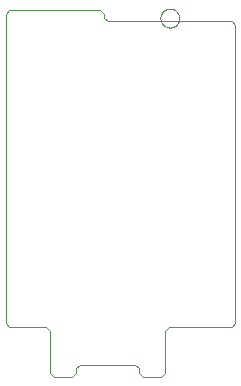
<source format=gko>
G75*
%MOIN*%
%OFA0B0*%
%FSLAX25Y25*%
%IPPOS*%
%LPD*%
%AMOC8*
5,1,8,0,0,1.08239X$1,22.5*
%
%ADD10C,0.00000*%
D10*
X0009487Y0021562D02*
X0021674Y0021562D01*
X0022924Y0020313D01*
X0022924Y0006250D01*
X0024174Y0005000D01*
X0030424Y0005000D01*
X0031674Y0006250D01*
X0031674Y0007812D01*
X0032924Y0009063D01*
X0051362Y0009063D01*
X0052612Y0007812D01*
X0052612Y0006250D01*
X0053862Y0005000D01*
X0060112Y0005000D01*
X0061362Y0006250D01*
X0061362Y0020313D01*
X0062612Y0021562D01*
X0083549Y0021562D01*
X0084799Y0022812D01*
X0084799Y0122187D01*
X0083549Y0123437D01*
X0042299Y0123437D01*
X0041049Y0124687D01*
X0041049Y0125937D01*
X0039799Y0127187D01*
X0009487Y0127187D01*
X0008237Y0125937D01*
X0008237Y0022812D01*
X0009487Y0021562D01*
X0059774Y0124560D02*
X0059776Y0124672D01*
X0059782Y0124783D01*
X0059792Y0124895D01*
X0059806Y0125006D01*
X0059823Y0125116D01*
X0059845Y0125226D01*
X0059871Y0125335D01*
X0059900Y0125443D01*
X0059933Y0125549D01*
X0059970Y0125655D01*
X0060011Y0125759D01*
X0060056Y0125862D01*
X0060104Y0125963D01*
X0060155Y0126062D01*
X0060210Y0126159D01*
X0060269Y0126254D01*
X0060330Y0126348D01*
X0060395Y0126439D01*
X0060464Y0126527D01*
X0060535Y0126613D01*
X0060609Y0126697D01*
X0060687Y0126777D01*
X0060767Y0126855D01*
X0060850Y0126931D01*
X0060935Y0127003D01*
X0061023Y0127072D01*
X0061113Y0127138D01*
X0061206Y0127200D01*
X0061301Y0127260D01*
X0061398Y0127316D01*
X0061496Y0127368D01*
X0061597Y0127417D01*
X0061699Y0127462D01*
X0061803Y0127504D01*
X0061908Y0127542D01*
X0062015Y0127576D01*
X0062122Y0127606D01*
X0062231Y0127633D01*
X0062340Y0127655D01*
X0062451Y0127674D01*
X0062561Y0127689D01*
X0062673Y0127700D01*
X0062784Y0127707D01*
X0062896Y0127710D01*
X0063008Y0127709D01*
X0063120Y0127704D01*
X0063231Y0127695D01*
X0063342Y0127682D01*
X0063453Y0127665D01*
X0063563Y0127645D01*
X0063672Y0127620D01*
X0063780Y0127592D01*
X0063887Y0127559D01*
X0063993Y0127523D01*
X0064097Y0127483D01*
X0064200Y0127440D01*
X0064302Y0127393D01*
X0064401Y0127342D01*
X0064499Y0127288D01*
X0064595Y0127230D01*
X0064689Y0127169D01*
X0064780Y0127105D01*
X0064869Y0127038D01*
X0064956Y0126967D01*
X0065040Y0126893D01*
X0065122Y0126817D01*
X0065200Y0126737D01*
X0065276Y0126655D01*
X0065349Y0126570D01*
X0065419Y0126483D01*
X0065485Y0126393D01*
X0065549Y0126301D01*
X0065609Y0126207D01*
X0065666Y0126111D01*
X0065719Y0126012D01*
X0065769Y0125912D01*
X0065815Y0125811D01*
X0065858Y0125707D01*
X0065897Y0125602D01*
X0065932Y0125496D01*
X0065963Y0125389D01*
X0065991Y0125280D01*
X0066014Y0125171D01*
X0066034Y0125061D01*
X0066050Y0124950D01*
X0066062Y0124839D01*
X0066070Y0124728D01*
X0066074Y0124616D01*
X0066074Y0124504D01*
X0066070Y0124392D01*
X0066062Y0124281D01*
X0066050Y0124170D01*
X0066034Y0124059D01*
X0066014Y0123949D01*
X0065991Y0123840D01*
X0065963Y0123731D01*
X0065932Y0123624D01*
X0065897Y0123518D01*
X0065858Y0123413D01*
X0065815Y0123309D01*
X0065769Y0123208D01*
X0065719Y0123108D01*
X0065666Y0123009D01*
X0065609Y0122913D01*
X0065549Y0122819D01*
X0065485Y0122727D01*
X0065419Y0122637D01*
X0065349Y0122550D01*
X0065276Y0122465D01*
X0065200Y0122383D01*
X0065122Y0122303D01*
X0065040Y0122227D01*
X0064956Y0122153D01*
X0064869Y0122082D01*
X0064780Y0122015D01*
X0064689Y0121951D01*
X0064595Y0121890D01*
X0064499Y0121832D01*
X0064401Y0121778D01*
X0064302Y0121727D01*
X0064200Y0121680D01*
X0064097Y0121637D01*
X0063993Y0121597D01*
X0063887Y0121561D01*
X0063780Y0121528D01*
X0063672Y0121500D01*
X0063563Y0121475D01*
X0063453Y0121455D01*
X0063342Y0121438D01*
X0063231Y0121425D01*
X0063120Y0121416D01*
X0063008Y0121411D01*
X0062896Y0121410D01*
X0062784Y0121413D01*
X0062673Y0121420D01*
X0062561Y0121431D01*
X0062451Y0121446D01*
X0062340Y0121465D01*
X0062231Y0121487D01*
X0062122Y0121514D01*
X0062015Y0121544D01*
X0061908Y0121578D01*
X0061803Y0121616D01*
X0061699Y0121658D01*
X0061597Y0121703D01*
X0061496Y0121752D01*
X0061398Y0121804D01*
X0061301Y0121860D01*
X0061206Y0121920D01*
X0061113Y0121982D01*
X0061023Y0122048D01*
X0060935Y0122117D01*
X0060850Y0122189D01*
X0060767Y0122265D01*
X0060687Y0122343D01*
X0060609Y0122423D01*
X0060535Y0122507D01*
X0060464Y0122593D01*
X0060395Y0122681D01*
X0060330Y0122772D01*
X0060269Y0122866D01*
X0060210Y0122961D01*
X0060155Y0123058D01*
X0060104Y0123157D01*
X0060056Y0123258D01*
X0060011Y0123361D01*
X0059970Y0123465D01*
X0059933Y0123571D01*
X0059900Y0123677D01*
X0059871Y0123785D01*
X0059845Y0123894D01*
X0059823Y0124004D01*
X0059806Y0124114D01*
X0059792Y0124225D01*
X0059782Y0124337D01*
X0059776Y0124448D01*
X0059774Y0124560D01*
M02*

</source>
